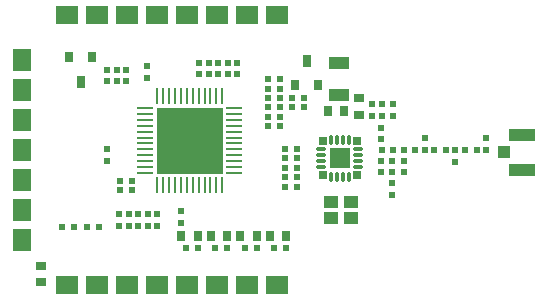
<source format=gtp>
G04*
G04 #@! TF.GenerationSoftware,Altium Limited,Altium Designer,18.1.6 (161)*
G04*
G04 Layer_Color=8421504*
%FSLAX44Y44*%
%MOMM*%
G71*
G01*
G75*
%ADD12R,5.6000X5.6000*%
%ADD13O,1.5000X0.2500*%
%ADD14O,0.2500X1.5000*%
%ADD15R,1.9000X1.5000*%
%ADD16R,1.5000X1.9000*%
%ADD17R,0.5000X0.6000*%
%ADD18R,0.7000X0.7000*%
%ADD19R,0.7000X0.7000*%
%ADD20R,1.7000X1.7000*%
%ADD21O,0.2750X0.9500*%
%ADD22O,0.9500X0.2750*%
%ADD23R,0.8000X0.9000*%
%ADD24R,0.6500X1.1000*%
%ADD25R,0.6500X0.9000*%
%ADD26R,0.9000X0.8000*%
%ADD27R,0.6000X0.5000*%
%ADD28R,1.2000X1.1000*%
%ADD29R,1.7000X1.1000*%
%ADD30R,1.0500X1.0000*%
%ADD31R,2.2000X1.0500*%
D12*
X150000Y130000D02*
D03*
D13*
X112250Y102500D02*
D03*
Y107500D02*
D03*
Y112500D02*
D03*
Y117500D02*
D03*
Y122500D02*
D03*
Y127500D02*
D03*
Y132500D02*
D03*
Y137500D02*
D03*
Y142500D02*
D03*
Y147500D02*
D03*
Y152500D02*
D03*
Y157500D02*
D03*
X187750D02*
D03*
Y152500D02*
D03*
Y147500D02*
D03*
Y142500D02*
D03*
Y137500D02*
D03*
Y132500D02*
D03*
Y127500D02*
D03*
Y122500D02*
D03*
Y117500D02*
D03*
Y112500D02*
D03*
Y107500D02*
D03*
Y102500D02*
D03*
D14*
X122500Y167750D02*
D03*
X127500D02*
D03*
X132500D02*
D03*
X137500D02*
D03*
X142500D02*
D03*
X147500D02*
D03*
X152500D02*
D03*
X157500D02*
D03*
X162500D02*
D03*
X167500D02*
D03*
X172500D02*
D03*
X177500D02*
D03*
Y92250D02*
D03*
X172500D02*
D03*
X167500D02*
D03*
X162500D02*
D03*
X157500D02*
D03*
X152500D02*
D03*
X147500D02*
D03*
X142500D02*
D03*
X137500D02*
D03*
X132500D02*
D03*
X127500D02*
D03*
X122500D02*
D03*
D15*
X45800Y235900D02*
D03*
X223600D02*
D03*
X198200D02*
D03*
X172800D02*
D03*
X147400D02*
D03*
X122000D02*
D03*
X96600D02*
D03*
X71200D02*
D03*
Y7700D02*
D03*
X96600D02*
D03*
X122000D02*
D03*
X147400D02*
D03*
X172800D02*
D03*
X198200D02*
D03*
X223600D02*
D03*
X45800D02*
D03*
D16*
X7900Y198000D02*
D03*
Y45600D02*
D03*
Y71000D02*
D03*
Y96400D02*
D03*
Y121800D02*
D03*
Y147200D02*
D03*
Y172600D02*
D03*
D17*
X122500Y58000D02*
D03*
Y68000D02*
D03*
X401000Y132000D02*
D03*
Y122000D02*
D03*
X375000Y112000D02*
D03*
Y122000D02*
D03*
X349000Y132000D02*
D03*
Y122000D02*
D03*
X312000Y131000D02*
D03*
Y141000D02*
D03*
X321000Y84000D02*
D03*
Y94000D02*
D03*
X312000Y103000D02*
D03*
Y113000D02*
D03*
X114000Y193000D02*
D03*
Y183000D02*
D03*
X142500Y60000D02*
D03*
Y70000D02*
D03*
X304000Y161000D02*
D03*
Y151000D02*
D03*
X313000Y161000D02*
D03*
Y151000D02*
D03*
X322000Y161000D02*
D03*
Y151000D02*
D03*
X80000Y190000D02*
D03*
Y180000D02*
D03*
X88000Y180000D02*
D03*
Y190000D02*
D03*
X190000Y186000D02*
D03*
Y196000D02*
D03*
X96000Y190000D02*
D03*
Y180000D02*
D03*
X174000Y196000D02*
D03*
Y186000D02*
D03*
X182000Y196000D02*
D03*
Y186000D02*
D03*
X166000Y196000D02*
D03*
Y186000D02*
D03*
X158000Y196000D02*
D03*
Y186000D02*
D03*
X98500Y68000D02*
D03*
Y58000D02*
D03*
X80000Y113000D02*
D03*
Y123000D02*
D03*
X90500Y68000D02*
D03*
Y58000D02*
D03*
X114500Y68000D02*
D03*
Y58000D02*
D03*
X106500Y58000D02*
D03*
Y68000D02*
D03*
D18*
X262500Y100500D02*
D03*
X291500Y129500D02*
D03*
D19*
X262500D02*
D03*
X291500Y100500D02*
D03*
D20*
X277000Y115000D02*
D03*
D21*
X284500Y99250D02*
D03*
X279500D02*
D03*
X274500D02*
D03*
X269500D02*
D03*
Y130750D02*
D03*
X274500D02*
D03*
X279500D02*
D03*
X284500D02*
D03*
D22*
X261250Y107500D02*
D03*
Y112500D02*
D03*
Y117500D02*
D03*
Y122500D02*
D03*
X292750D02*
D03*
Y117500D02*
D03*
Y112500D02*
D03*
Y107500D02*
D03*
D23*
X281002Y155000D02*
D03*
X267002D02*
D03*
X142598Y49200D02*
D03*
X156598D02*
D03*
X167598D02*
D03*
X181598D02*
D03*
X192598D02*
D03*
X206598D02*
D03*
X217598D02*
D03*
X231598D02*
D03*
D24*
X249000Y197375D02*
D03*
X57600Y179825D02*
D03*
D25*
X258500Y176625D02*
D03*
X239500D02*
D03*
X48100Y200575D02*
D03*
X67100D02*
D03*
D26*
X24000Y24002D02*
D03*
Y10002D02*
D03*
X293000Y151998D02*
D03*
Y165998D02*
D03*
D27*
X393000Y122000D02*
D03*
X383000D02*
D03*
X367000D02*
D03*
X357000D02*
D03*
X322500D02*
D03*
X312500D02*
D03*
X341000D02*
D03*
X331000D02*
D03*
Y103000D02*
D03*
X321000D02*
D03*
X331000Y113000D02*
D03*
X321000D02*
D03*
X237000Y158000D02*
D03*
X247000D02*
D03*
X226000Y182000D02*
D03*
X216000D02*
D03*
X91000Y88000D02*
D03*
X101000D02*
D03*
X91000Y96000D02*
D03*
X101000D02*
D03*
X42000Y57000D02*
D03*
X52000D02*
D03*
X73000Y57000D02*
D03*
X63000D02*
D03*
X226000Y174000D02*
D03*
X216000D02*
D03*
X237000Y166000D02*
D03*
X247000D02*
D03*
X146600Y39200D02*
D03*
X156600D02*
D03*
X216000Y142000D02*
D03*
X226000D02*
D03*
X171600Y39200D02*
D03*
X181600D02*
D03*
X216000Y150000D02*
D03*
X226000D02*
D03*
X196600Y39200D02*
D03*
X206600D02*
D03*
X216000Y158000D02*
D03*
X226000D02*
D03*
X221600Y39200D02*
D03*
X231600D02*
D03*
X241000Y99000D02*
D03*
X231000D02*
D03*
X241000Y123000D02*
D03*
X231000D02*
D03*
X241000Y115000D02*
D03*
X231000D02*
D03*
X241000Y107000D02*
D03*
X231000D02*
D03*
X216000Y166000D02*
D03*
X226000D02*
D03*
X231000Y91000D02*
D03*
X241000D02*
D03*
D28*
X286500Y64000D02*
D03*
X269500D02*
D03*
Y78000D02*
D03*
X286500D02*
D03*
D29*
X276000Y195500D02*
D03*
Y168500D02*
D03*
D30*
X415750Y120000D02*
D03*
D31*
X431000Y105250D02*
D03*
Y134750D02*
D03*
M02*

</source>
